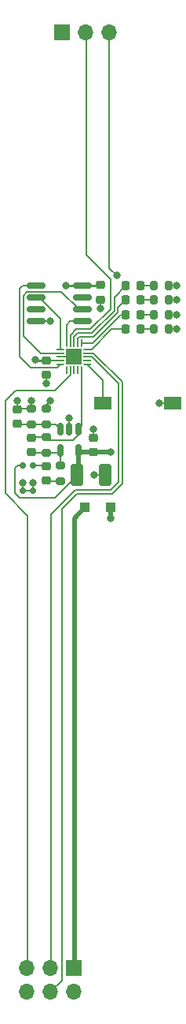
<source format=gtl>
G04 #@! TF.GenerationSoftware,KiCad,Pcbnew,7.0.2*
G04 #@! TF.CreationDate,2023-05-27T23:51:10-07:00*
G04 #@! TF.ProjectId,meeseeks-sao,6d656573-6565-46b7-932d-73616f2e6b69,rev?*
G04 #@! TF.SameCoordinates,Original*
G04 #@! TF.FileFunction,Copper,L1,Top*
G04 #@! TF.FilePolarity,Positive*
%FSLAX46Y46*%
G04 Gerber Fmt 4.6, Leading zero omitted, Abs format (unit mm)*
G04 Created by KiCad (PCBNEW 7.0.2) date 2023-05-27 23:51:10*
%MOMM*%
%LPD*%
G01*
G04 APERTURE LIST*
G04 Aperture macros list*
%AMRoundRect*
0 Rectangle with rounded corners*
0 $1 Rounding radius*
0 $2 $3 $4 $5 $6 $7 $8 $9 X,Y pos of 4 corners*
0 Add a 4 corners polygon primitive as box body*
4,1,4,$2,$3,$4,$5,$6,$7,$8,$9,$2,$3,0*
0 Add four circle primitives for the rounded corners*
1,1,$1+$1,$2,$3*
1,1,$1+$1,$4,$5*
1,1,$1+$1,$6,$7*
1,1,$1+$1,$8,$9*
0 Add four rect primitives between the rounded corners*
20,1,$1+$1,$2,$3,$4,$5,0*
20,1,$1+$1,$4,$5,$6,$7,0*
20,1,$1+$1,$6,$7,$8,$9,0*
20,1,$1+$1,$8,$9,$2,$3,0*%
%AMFreePoly0*
4,1,14,0.334644,0.085355,0.385355,0.034644,0.400000,-0.000711,0.400000,-0.050000,0.385355,-0.085355,0.350000,-0.100000,-0.350000,-0.100000,-0.385355,-0.085355,-0.400000,-0.050000,-0.400000,0.050000,-0.385355,0.085355,-0.350000,0.100000,0.299289,0.100000,0.334644,0.085355,0.334644,0.085355,$1*%
%AMFreePoly1*
4,1,14,0.385355,0.085355,0.400000,0.050000,0.400000,0.000711,0.385355,-0.034644,0.334644,-0.085355,0.299289,-0.100000,-0.350000,-0.100000,-0.385355,-0.085355,-0.400000,-0.050000,-0.400000,0.050000,-0.385355,0.085355,-0.350000,0.100000,0.350000,0.100000,0.385355,0.085355,0.385355,0.085355,$1*%
%AMFreePoly2*
4,1,14,0.085355,0.385355,0.100000,0.350000,0.100000,-0.350000,0.085355,-0.385355,0.050000,-0.400000,-0.050000,-0.400000,-0.085355,-0.385355,-0.100000,-0.350000,-0.100000,0.299289,-0.085355,0.334644,-0.034644,0.385355,0.000711,0.400000,0.050000,0.400000,0.085355,0.385355,0.085355,0.385355,$1*%
%AMFreePoly3*
4,1,14,0.034644,0.385355,0.085355,0.334644,0.100000,0.299289,0.100000,-0.350000,0.085355,-0.385355,0.050000,-0.400000,-0.050000,-0.400000,-0.085355,-0.385355,-0.100000,-0.350000,-0.100000,0.350000,-0.085355,0.385355,-0.050000,0.400000,-0.000711,0.400000,0.034644,0.385355,0.034644,0.385355,$1*%
%AMFreePoly4*
4,1,14,0.385355,0.085355,0.400000,0.050000,0.400000,-0.050000,0.385355,-0.085355,0.350000,-0.100000,-0.299289,-0.100000,-0.334644,-0.085355,-0.385355,-0.034644,-0.400000,0.000711,-0.400000,0.050000,-0.385355,0.085355,-0.350000,0.100000,0.350000,0.100000,0.385355,0.085355,0.385355,0.085355,$1*%
%AMFreePoly5*
4,1,14,0.385355,0.085355,0.400000,0.050000,0.400000,-0.050000,0.385355,-0.085355,0.350000,-0.100000,-0.350000,-0.100000,-0.385355,-0.085355,-0.400000,-0.050000,-0.400000,-0.000711,-0.385355,0.034644,-0.334644,0.085355,-0.299289,0.100000,0.350000,0.100000,0.385355,0.085355,0.385355,0.085355,$1*%
%AMFreePoly6*
4,1,14,0.085355,0.385355,0.100000,0.350000,0.100000,-0.299289,0.085355,-0.334644,0.034644,-0.385355,-0.000711,-0.400000,-0.050000,-0.400000,-0.085355,-0.385355,-0.100000,-0.350000,-0.100000,0.350000,-0.085355,0.385355,-0.050000,0.400000,0.050000,0.400000,0.085355,0.385355,0.085355,0.385355,$1*%
%AMFreePoly7*
4,1,14,0.085355,0.385355,0.100000,0.350000,0.100000,-0.350000,0.085355,-0.385355,0.050000,-0.400000,0.000711,-0.400000,-0.034644,-0.385355,-0.085355,-0.334644,-0.100000,-0.299289,-0.100000,0.350000,-0.085355,0.385355,-0.050000,0.400000,0.050000,0.400000,0.085355,0.385355,0.085355,0.385355,$1*%
G04 Aperture macros list end*
G04 #@! TA.AperFunction,SMDPad,CuDef*
%ADD10RoundRect,0.250000X0.300000X0.300000X-0.300000X0.300000X-0.300000X-0.300000X0.300000X-0.300000X0*%
G04 #@! TD*
G04 #@! TA.AperFunction,ComponentPad*
%ADD11R,1.700000X1.700000*%
G04 #@! TD*
G04 #@! TA.AperFunction,ComponentPad*
%ADD12O,1.700000X1.700000*%
G04 #@! TD*
G04 #@! TA.AperFunction,SMDPad,CuDef*
%ADD13C,0.700000*%
G04 #@! TD*
G04 #@! TA.AperFunction,SMDPad,CuDef*
%ADD14RoundRect,0.150000X-0.150000X0.512500X-0.150000X-0.512500X0.150000X-0.512500X0.150000X0.512500X0*%
G04 #@! TD*
G04 #@! TA.AperFunction,SMDPad,CuDef*
%ADD15RoundRect,0.150000X-0.825000X-0.150000X0.825000X-0.150000X0.825000X0.150000X-0.825000X0.150000X0*%
G04 #@! TD*
G04 #@! TA.AperFunction,SMDPad,CuDef*
%ADD16FreePoly0,0.000000*%
G04 #@! TD*
G04 #@! TA.AperFunction,SMDPad,CuDef*
%ADD17RoundRect,0.050000X-0.350000X-0.050000X0.350000X-0.050000X0.350000X0.050000X-0.350000X0.050000X0*%
G04 #@! TD*
G04 #@! TA.AperFunction,SMDPad,CuDef*
%ADD18FreePoly1,0.000000*%
G04 #@! TD*
G04 #@! TA.AperFunction,SMDPad,CuDef*
%ADD19FreePoly2,0.000000*%
G04 #@! TD*
G04 #@! TA.AperFunction,SMDPad,CuDef*
%ADD20RoundRect,0.050000X-0.050000X-0.350000X0.050000X-0.350000X0.050000X0.350000X-0.050000X0.350000X0*%
G04 #@! TD*
G04 #@! TA.AperFunction,SMDPad,CuDef*
%ADD21FreePoly3,0.000000*%
G04 #@! TD*
G04 #@! TA.AperFunction,SMDPad,CuDef*
%ADD22FreePoly4,0.000000*%
G04 #@! TD*
G04 #@! TA.AperFunction,SMDPad,CuDef*
%ADD23FreePoly5,0.000000*%
G04 #@! TD*
G04 #@! TA.AperFunction,SMDPad,CuDef*
%ADD24FreePoly6,0.000000*%
G04 #@! TD*
G04 #@! TA.AperFunction,SMDPad,CuDef*
%ADD25FreePoly7,0.000000*%
G04 #@! TD*
G04 #@! TA.AperFunction,SMDPad,CuDef*
%ADD26R,1.700000X1.700000*%
G04 #@! TD*
G04 #@! TA.AperFunction,SMDPad,CuDef*
%ADD27R,1.900000X1.400000*%
G04 #@! TD*
G04 #@! TA.AperFunction,SMDPad,CuDef*
%ADD28RoundRect,0.200000X-0.200000X-0.275000X0.200000X-0.275000X0.200000X0.275000X-0.200000X0.275000X0*%
G04 #@! TD*
G04 #@! TA.AperFunction,SMDPad,CuDef*
%ADD29RoundRect,0.200000X0.275000X-0.200000X0.275000X0.200000X-0.275000X0.200000X-0.275000X-0.200000X0*%
G04 #@! TD*
G04 #@! TA.AperFunction,SMDPad,CuDef*
%ADD30RoundRect,0.200000X-0.275000X0.200000X-0.275000X-0.200000X0.275000X-0.200000X0.275000X0.200000X0*%
G04 #@! TD*
G04 #@! TA.AperFunction,SMDPad,CuDef*
%ADD31RoundRect,0.218750X0.218750X0.256250X-0.218750X0.256250X-0.218750X-0.256250X0.218750X-0.256250X0*%
G04 #@! TD*
G04 #@! TA.AperFunction,SMDPad,CuDef*
%ADD32RoundRect,0.225000X-0.250000X0.225000X-0.250000X-0.225000X0.250000X-0.225000X0.250000X0.225000X0*%
G04 #@! TD*
G04 #@! TA.AperFunction,SMDPad,CuDef*
%ADD33RoundRect,0.250000X-0.412500X-0.925000X0.412500X-0.925000X0.412500X0.925000X-0.412500X0.925000X0*%
G04 #@! TD*
G04 #@! TA.AperFunction,SMDPad,CuDef*
%ADD34RoundRect,0.225000X0.250000X-0.225000X0.250000X0.225000X-0.250000X0.225000X-0.250000X-0.225000X0*%
G04 #@! TD*
G04 #@! TA.AperFunction,ViaPad*
%ADD35C,0.800000*%
G04 #@! TD*
G04 #@! TA.AperFunction,Conductor*
%ADD36C,0.200000*%
G04 #@! TD*
G04 #@! TA.AperFunction,Conductor*
%ADD37C,0.500000*%
G04 #@! TD*
G04 #@! TA.AperFunction,Conductor*
%ADD38C,0.250000*%
G04 #@! TD*
G04 APERTURE END LIST*
D10*
X152800000Y-83200000D03*
X150000000Y-83200000D03*
D11*
X147550000Y-32250000D03*
D12*
X150090000Y-32250000D03*
X152630000Y-32250000D03*
D13*
X143250499Y-78699501D03*
X143250499Y-81399501D03*
X144350499Y-81399501D03*
X144350499Y-78699501D03*
D14*
X149250499Y-74812001D03*
X148300499Y-74812001D03*
X147350499Y-74812001D03*
X147350499Y-77087001D03*
X149250499Y-77087001D03*
D15*
X149675499Y-59444501D03*
X149675499Y-60714501D03*
X149675499Y-61984501D03*
X149675499Y-63254501D03*
X144725499Y-63254501D03*
X144725499Y-61984501D03*
X144725499Y-60714501D03*
X144725499Y-59444501D03*
D16*
X147350499Y-66249501D03*
D17*
X147350499Y-66649501D03*
X147350499Y-67049501D03*
X147350499Y-67449501D03*
D18*
X147350499Y-67849501D03*
D19*
X148000499Y-68499501D03*
D20*
X148400499Y-68499501D03*
X148800499Y-68499501D03*
X149200499Y-68499501D03*
D21*
X149600499Y-68499501D03*
D22*
X150250499Y-67849501D03*
D17*
X150250499Y-67449501D03*
X150250499Y-67049501D03*
X150250499Y-66649501D03*
D23*
X150250499Y-66249501D03*
D24*
X149600499Y-65599501D03*
D20*
X149200499Y-65599501D03*
X148800499Y-65599501D03*
X148400499Y-65599501D03*
D25*
X148000499Y-65599501D03*
D26*
X148800499Y-67049501D03*
D27*
X151950499Y-71999501D03*
X159450499Y-71999501D03*
D28*
X157400499Y-59399501D03*
X159050499Y-59399501D03*
X157400499Y-60949501D03*
X159050499Y-60949501D03*
X157400499Y-62499501D03*
X159050499Y-62499501D03*
X157400499Y-64099501D03*
X159050499Y-64099501D03*
D29*
X145800499Y-75699501D03*
X145800499Y-77349501D03*
X147350499Y-78749501D03*
X147350499Y-80399501D03*
X144250499Y-74299501D03*
X144250499Y-72649501D03*
D30*
X145800499Y-72649501D03*
X145800499Y-74299501D03*
D11*
X148800000Y-132650000D03*
D12*
X148800000Y-135190000D03*
X146260000Y-132650000D03*
X146260000Y-135190000D03*
X143720000Y-132650000D03*
X143720000Y-135190000D03*
D31*
X155962999Y-59399501D03*
X154387999Y-59399501D03*
X155962999Y-60949501D03*
X154387999Y-60949501D03*
X155962999Y-62499501D03*
X154387999Y-62499501D03*
X155962999Y-64099501D03*
X154387999Y-64099501D03*
D32*
X145800499Y-67449501D03*
X145800499Y-68999501D03*
X151700499Y-59349501D03*
X151700499Y-60899501D03*
D33*
X149112999Y-79749501D03*
X152187999Y-79749501D03*
D34*
X150900499Y-77299501D03*
X150900499Y-75749501D03*
X144250499Y-77299501D03*
X144250499Y-75749501D03*
D32*
X145800499Y-80349501D03*
X145800499Y-78799501D03*
D34*
X142700499Y-74249501D03*
X142700499Y-72699501D03*
D35*
X153400000Y-58350000D03*
X159900499Y-64099501D03*
X159900499Y-62499501D03*
X159900499Y-60949501D03*
X159900499Y-59399501D03*
X148800499Y-67049501D03*
X152755877Y-77254879D03*
X146200499Y-71749501D03*
X144600499Y-67399501D03*
X152800499Y-84350000D03*
X147965999Y-59449501D03*
X158000499Y-71999501D03*
X146200499Y-63249501D03*
X151700499Y-61849501D03*
X145800499Y-69949501D03*
X150950499Y-79749501D03*
X143300499Y-80549501D03*
X144350499Y-80549501D03*
X150900499Y-74799501D03*
X148300499Y-73649501D03*
X144250499Y-71774501D03*
X142700499Y-71749501D03*
D36*
X148400499Y-68994476D02*
X148400499Y-68499501D01*
X146745474Y-70649501D02*
X148400499Y-68994476D01*
X141400499Y-71799501D02*
X142550499Y-70649501D01*
X141400499Y-81699501D02*
X141400499Y-71799501D01*
X143800499Y-132569501D02*
X143800499Y-84099501D01*
X143720000Y-132650000D02*
X143800499Y-132569501D01*
X147490499Y-133959501D02*
X146260000Y-135190000D01*
X147490499Y-83359501D02*
X147490499Y-133959501D01*
X152900499Y-81749501D02*
X149100499Y-81749501D01*
X154000000Y-80650000D02*
X152900499Y-81749501D01*
X154000000Y-69739048D02*
X154000000Y-80650000D01*
X150910453Y-66649501D02*
X154000000Y-69739048D01*
X150250499Y-66649501D02*
X150910453Y-66649501D01*
X153600499Y-69904527D02*
X150745473Y-67049501D01*
X153600499Y-80484521D02*
X153600499Y-69904527D01*
X152785020Y-81300000D02*
X153600499Y-80484521D01*
X148985020Y-81300000D02*
X152785020Y-81300000D01*
X146340499Y-83944521D02*
X148985020Y-81300000D01*
X149100499Y-81749501D02*
X147490499Y-83359501D01*
X146340499Y-132569501D02*
X146340499Y-83944521D01*
X146260000Y-132650000D02*
X146340499Y-132569501D01*
D37*
X148850000Y-84350000D02*
X150000000Y-83200000D01*
X148800000Y-132650000D02*
X148850000Y-132600000D01*
D36*
X143800499Y-84099501D02*
X141400499Y-81699501D01*
X142550499Y-70649501D02*
X146745474Y-70649501D01*
D37*
X148850000Y-132600000D02*
X148850000Y-84350000D01*
D36*
X150745473Y-67049501D02*
X150250499Y-67049501D01*
X152630000Y-57580000D02*
X153400000Y-58350000D01*
X152630000Y-32250000D02*
X152630000Y-57580000D01*
X150100000Y-32260000D02*
X150090000Y-32250000D01*
X150100000Y-56099002D02*
X150100000Y-32260000D01*
X152750998Y-58750000D02*
X150100000Y-56099002D01*
X152750998Y-61949002D02*
X152750998Y-58750000D01*
X149075065Y-64100000D02*
X150600000Y-64100000D01*
X150600000Y-64100000D02*
X152750998Y-61949002D01*
X148400499Y-64774566D02*
X149075065Y-64100000D01*
X148400499Y-65599501D02*
X148400499Y-64774566D01*
D37*
X152800499Y-83200499D02*
X152800000Y-83200000D01*
X152800499Y-84350000D02*
X152800499Y-83200499D01*
D36*
X150930459Y-64899501D02*
X153550000Y-62279960D01*
X149405524Y-64899501D02*
X150930459Y-64899501D01*
X149200499Y-65104526D02*
X149405524Y-64899501D01*
X153550000Y-61787500D02*
X154387999Y-60949501D01*
X149200499Y-65599501D02*
X149200499Y-65104526D01*
X153550000Y-62279960D02*
X153550000Y-61787500D01*
X152860419Y-64099501D02*
X154387999Y-64099501D01*
X150710419Y-66249501D02*
X152860419Y-64099501D01*
X150250499Y-66249501D02*
X150710419Y-66249501D01*
X150795439Y-65599501D02*
X153895439Y-62499501D01*
X153150499Y-62114481D02*
X153150499Y-60637001D01*
X150765479Y-64499501D02*
X153150499Y-62114481D01*
X149960953Y-64500000D02*
X149961452Y-64499501D01*
X148800499Y-65599501D02*
X148800499Y-64939546D01*
X149961452Y-64499501D02*
X150765479Y-64499501D01*
X149600499Y-65599501D02*
X150795439Y-65599501D01*
X153895439Y-62499501D02*
X154387999Y-62499501D01*
X148800499Y-64939546D02*
X149240045Y-64500000D01*
X149240045Y-64500000D02*
X149960953Y-64500000D01*
X153150499Y-60637001D02*
X154387999Y-59399501D01*
X148000499Y-63649501D02*
X148000499Y-65599501D01*
X148395499Y-63254501D02*
X148000499Y-63649501D01*
X149675499Y-63254501D02*
X148395499Y-63254501D01*
X159050499Y-64099501D02*
X159900499Y-64099501D01*
X159050499Y-62499501D02*
X159900499Y-62499501D01*
X159050499Y-60949501D02*
X159900499Y-60949501D01*
X159050499Y-59399501D02*
X159900499Y-59399501D01*
D37*
X152711255Y-77299501D02*
X152755877Y-77254879D01*
X150900499Y-77299501D02*
X152711255Y-77299501D01*
X149250499Y-79612001D02*
X149112999Y-79749501D01*
X149250499Y-77087001D02*
X149250499Y-79612001D01*
D36*
X145066895Y-60714501D02*
X144725499Y-60714501D01*
X147300998Y-62948604D02*
X145066895Y-60714501D01*
X147300998Y-66200000D02*
X147300998Y-62948604D01*
X147350499Y-66249501D02*
X147300998Y-66200000D01*
X147970999Y-59444501D02*
X147965999Y-59449501D01*
D38*
X149675499Y-59444501D02*
X147970999Y-59444501D01*
X145800499Y-72149501D02*
X146200499Y-71749501D01*
X145800499Y-72649501D02*
X145800499Y-72149501D01*
D36*
X144100499Y-68199501D02*
X142950998Y-67050000D01*
X147000499Y-68199501D02*
X144100499Y-68199501D01*
X142950998Y-67050000D02*
X142950998Y-59749002D01*
X142950998Y-59749002D02*
X143255499Y-59444501D01*
X147350499Y-67849501D02*
X147000499Y-68199501D01*
X143255499Y-59444501D02*
X144725499Y-59444501D01*
X143350499Y-60478105D02*
X143714103Y-60114501D01*
X143350499Y-64799501D02*
X143350499Y-60478105D01*
X149334103Y-61984501D02*
X149675499Y-61984501D01*
X145200499Y-66649501D02*
X143350499Y-64799501D01*
X147464103Y-60114501D02*
X149334103Y-61984501D01*
X147350499Y-66649501D02*
X145200499Y-66649501D01*
X143714103Y-60114501D02*
X147464103Y-60114501D01*
X144650499Y-67449501D02*
X144600499Y-67399501D01*
D38*
X145800499Y-67449501D02*
X144650499Y-67449501D01*
D36*
X159450499Y-71999501D02*
X158000499Y-71999501D01*
X150250499Y-67849501D02*
X151950499Y-69549501D01*
X151950499Y-69549501D02*
X151950499Y-71999501D01*
X142700499Y-72699501D02*
X142700499Y-71749501D01*
X150900499Y-75749501D02*
X150900499Y-74799501D01*
X157400499Y-59399501D02*
X155962999Y-59399501D01*
X157400499Y-60949501D02*
X155962999Y-60949501D01*
X157400499Y-62499501D02*
X155962999Y-62499501D01*
X157400499Y-64099501D02*
X155962999Y-64099501D01*
X146195499Y-63254501D02*
X146200499Y-63249501D01*
X144725499Y-63254501D02*
X146195499Y-63254501D01*
X151700499Y-60899501D02*
X151700499Y-61849501D01*
X149600499Y-74462001D02*
X149250499Y-74812001D01*
X149600499Y-68499501D02*
X149600499Y-74462001D01*
X145800499Y-68999501D02*
X145800499Y-69949501D01*
X152187999Y-79749501D02*
X150950499Y-79749501D01*
X142450499Y-81699501D02*
X142900499Y-82149501D01*
X146782606Y-82149501D02*
X149112999Y-79819108D01*
X149112999Y-79819108D02*
X149112999Y-79749501D01*
X142450499Y-78999501D02*
X142450499Y-81699501D01*
X142900499Y-82149501D02*
X146782606Y-82149501D01*
X142750499Y-78699501D02*
X142450499Y-78999501D01*
X143250499Y-78699501D02*
X142750499Y-78699501D01*
X143250499Y-80599501D02*
X143300499Y-80549501D01*
X143250499Y-81399501D02*
X143250499Y-80599501D01*
X143250499Y-81399501D02*
X144350499Y-81399501D01*
X144350499Y-81399501D02*
X144350499Y-80549501D01*
X144350499Y-78699501D02*
X145700499Y-78699501D01*
X145700499Y-78699501D02*
X145800499Y-78799501D01*
X149462999Y-77299501D02*
X149250499Y-77087001D01*
D37*
X150900499Y-77299501D02*
X149462999Y-77299501D01*
D36*
X148300499Y-74812001D02*
X148300499Y-73649501D01*
X146837999Y-74299501D02*
X147350499Y-74812001D01*
X145800499Y-74299501D02*
X146837999Y-74299501D01*
X149250499Y-75449501D02*
X149250499Y-74812001D01*
X146100499Y-75999501D02*
X148700499Y-75999501D01*
X148700499Y-75999501D02*
X149250499Y-75449501D01*
X145800499Y-75699501D02*
X146100499Y-75999501D01*
X147087999Y-77349501D02*
X147350499Y-77087001D01*
X145800499Y-77349501D02*
X147087999Y-77349501D01*
X144300499Y-77349501D02*
X144250499Y-77299501D01*
X145800499Y-77349501D02*
X144300499Y-77349501D01*
X144300499Y-75699501D02*
X144250499Y-75749501D01*
X145800499Y-75699501D02*
X144300499Y-75699501D01*
X145850499Y-80399501D02*
X145800499Y-80349501D01*
X147350499Y-80399501D02*
X145850499Y-80399501D01*
X147350499Y-77087001D02*
X147350499Y-78749501D01*
X144250499Y-72649501D02*
X144250499Y-71774501D01*
X144250499Y-72649501D02*
X142750499Y-72649501D01*
X142750499Y-72649501D02*
X142700499Y-72699501D01*
X142750499Y-74299501D02*
X142700499Y-74249501D01*
X144250499Y-74299501D02*
X142750499Y-74299501D01*
X145800499Y-74299501D02*
X144250499Y-74299501D01*
X151605499Y-59444501D02*
X151700499Y-59349501D01*
D38*
X149675499Y-59444501D02*
X151605499Y-59444501D01*
D36*
X147350499Y-67049501D02*
X148800499Y-67049501D01*
X147350499Y-67449501D02*
X145800499Y-67449501D01*
M02*

</source>
